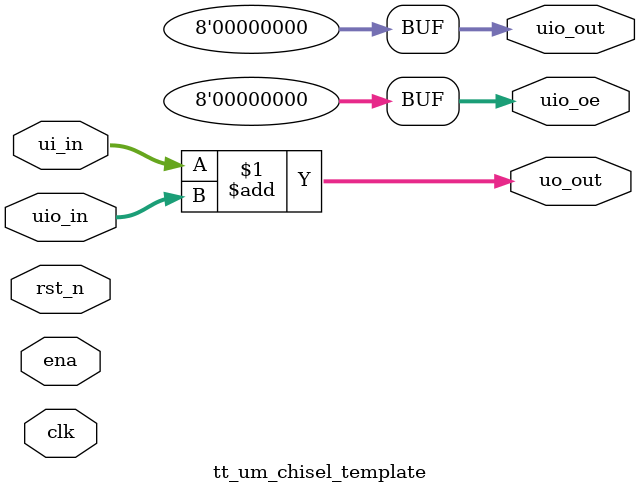
<source format=v>
/*
 * Copyright (c) 2024 Your Name
 * SPDX-License-Identifier: Apache-2.0
 */

`define default_netname none

module tt_um_chisel_template (
    input  wire [7:0] ui_in,    // Dedicated inputs
    output wire [7:0] uo_out,   // Dedicated outputs
    input  wire [7:0] uio_in,   // IOs: Input path
    output wire [7:0] uio_out,  // IOs: Output path
    output wire [7:0] uio_oe,   // IOs: Enable path (active high: 0=input, 1=output)
    input  wire       ena,      // will go high when the design is enabled
    input  wire       clk,      // clock
    input  wire       rst_n     // reset_n - low to reset
);

  // All output pins must be assigned. If not used, assign to 0.
  assign uo_out  = ui_in + uio_in;  // Example: ou_out is the sum of ui_in and uio_in
  assign uio_out = 0;
  assign uio_oe  = 0;

endmodule

</source>
